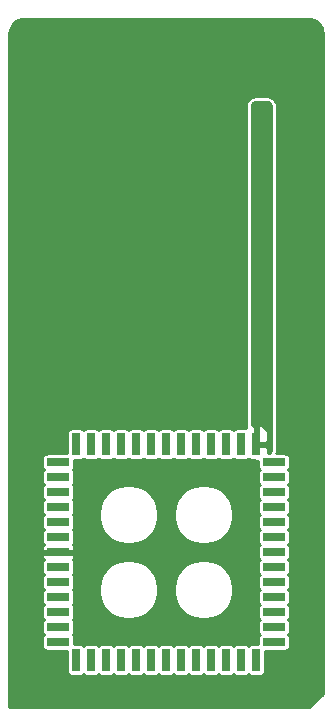
<source format=gbr>
G04 #@! TF.GenerationSoftware,KiCad,Pcbnew,(5.1.9)-1*
G04 #@! TF.CreationDate,2021-05-18T14:16:41+01:00*
G04 #@! TF.ProjectId,RGBtoHDMI Amiga Denise PLCC SMT Breakout FFC,52474274-6f48-4444-9d49-20416d696761,1*
G04 #@! TF.SameCoordinates,Original*
G04 #@! TF.FileFunction,Copper,L2,Bot*
G04 #@! TF.FilePolarity,Positive*
%FSLAX46Y46*%
G04 Gerber Fmt 4.6, Leading zero omitted, Abs format (unit mm)*
G04 Created by KiCad (PCBNEW (5.1.9)-1) date 2021-05-18 14:16:41*
%MOMM*%
%LPD*%
G01*
G04 APERTURE LIST*
G04 #@! TA.AperFunction,SMDPad,CuDef*
%ADD10R,1.925000X0.700000*%
G04 #@! TD*
G04 #@! TA.AperFunction,SMDPad,CuDef*
%ADD11R,0.700000X1.925000*%
G04 #@! TD*
G04 #@! TA.AperFunction,ViaPad*
%ADD12C,0.600000*%
G04 #@! TD*
G04 #@! TA.AperFunction,Conductor*
%ADD13C,0.254000*%
G04 #@! TD*
G04 #@! TA.AperFunction,Conductor*
%ADD14C,0.100000*%
G04 #@! TD*
G04 APERTURE END LIST*
D10*
X156221500Y-77343000D03*
X156221500Y-76073000D03*
X156221500Y-74803000D03*
X156221500Y-73533000D03*
X156221500Y-72263000D03*
X156221500Y-70993000D03*
X156221500Y-69723000D03*
X156221500Y-68453000D03*
X156221500Y-67183000D03*
X156221500Y-65913000D03*
X156221500Y-64643000D03*
X156221500Y-63373000D03*
X156221500Y-62103000D03*
D11*
X157734000Y-60590500D03*
X159004000Y-60590500D03*
X160274000Y-60590500D03*
X161544000Y-60590500D03*
X162814000Y-60590500D03*
X164084000Y-60590500D03*
X165354000Y-60590500D03*
X166624000Y-60590500D03*
X167894000Y-60590500D03*
X169164000Y-60590500D03*
X170434000Y-60590500D03*
X171704000Y-60590500D03*
X172974000Y-60590500D03*
D10*
X174486500Y-62103000D03*
X174486500Y-63373000D03*
X174486500Y-64643000D03*
X174486500Y-65913000D03*
X174486500Y-67183000D03*
X174486500Y-68453000D03*
X174486500Y-69723000D03*
X174486500Y-70993000D03*
X174486500Y-72263000D03*
X174486500Y-73533000D03*
X174486500Y-74803000D03*
X174486500Y-76073000D03*
X174486500Y-77343000D03*
D11*
X157734000Y-78855500D03*
X159004000Y-78855500D03*
X160274000Y-78855500D03*
X161544000Y-78855500D03*
X162814000Y-78855500D03*
X164084000Y-78855500D03*
X172974000Y-78855500D03*
X171704000Y-78855500D03*
X170434000Y-78855500D03*
X169164000Y-78855500D03*
X167894000Y-78855500D03*
X166624000Y-78855500D03*
X165354000Y-78855500D03*
D12*
X157861000Y-32512000D03*
X156845000Y-32512000D03*
X156210000Y-69723000D03*
X166624000Y-60579000D03*
X167894000Y-60579000D03*
X169164000Y-60579000D03*
X170434000Y-60579000D03*
X171704000Y-60579000D03*
X172974000Y-61087000D03*
X172974000Y-59944000D03*
X172863000Y-32639000D03*
X173863000Y-32639000D03*
X156210000Y-63373000D03*
X157734000Y-60579000D03*
X159004000Y-60579000D03*
X160274000Y-60579000D03*
X161544000Y-60579000D03*
X162814000Y-60579000D03*
X164084000Y-60579000D03*
X165354000Y-60579000D03*
X164084000Y-78867000D03*
X161544000Y-78867000D03*
X159004000Y-78867000D03*
X156210000Y-77343000D03*
X162814000Y-78867000D03*
X160274000Y-78867000D03*
X156210000Y-76073000D03*
X156210000Y-73533000D03*
X156210000Y-70993000D03*
X156210000Y-68453000D03*
X156210000Y-74803000D03*
X156210000Y-72263000D03*
X156210000Y-64643000D03*
X174498000Y-64643000D03*
X174498000Y-67183000D03*
X174498000Y-69723000D03*
X174498000Y-72263000D03*
X174498000Y-74803000D03*
X174498000Y-63373000D03*
X174498000Y-65913000D03*
X174498000Y-68453000D03*
X174498000Y-70993000D03*
X174498000Y-73533000D03*
X174498000Y-76073000D03*
X170434000Y-78867000D03*
X167894000Y-78867000D03*
X165354000Y-78867000D03*
X174498000Y-77343000D03*
X171704000Y-78867000D03*
X169164000Y-78867000D03*
X166624000Y-78867000D03*
X156210000Y-67183000D03*
X157734000Y-78867000D03*
X156210000Y-62103000D03*
X174498000Y-62103000D03*
X172974000Y-78867000D03*
X156210000Y-65913000D03*
D13*
X177650687Y-24610904D02*
X177873545Y-24678189D01*
X178079091Y-24787480D01*
X178259500Y-24934618D01*
X178407885Y-25113986D01*
X178518609Y-25318763D01*
X178587451Y-25541152D01*
X178614001Y-25793762D01*
X178614000Y-81726119D01*
X177484119Y-82856000D01*
X152094000Y-82856000D01*
X152094000Y-61753000D01*
X154876157Y-61753000D01*
X154876157Y-62453000D01*
X154883513Y-62527689D01*
X154905299Y-62599508D01*
X154940678Y-62665696D01*
X154988289Y-62723711D01*
X155005700Y-62738000D01*
X154988289Y-62752289D01*
X154940678Y-62810304D01*
X154905299Y-62876492D01*
X154883513Y-62948311D01*
X154876157Y-63023000D01*
X154876157Y-63723000D01*
X154883513Y-63797689D01*
X154905299Y-63869508D01*
X154940678Y-63935696D01*
X154988289Y-63993711D01*
X155005700Y-64008000D01*
X154988289Y-64022289D01*
X154940678Y-64080304D01*
X154905299Y-64146492D01*
X154883513Y-64218311D01*
X154876157Y-64293000D01*
X154876157Y-64993000D01*
X154883513Y-65067689D01*
X154905299Y-65139508D01*
X154940678Y-65205696D01*
X154988289Y-65263711D01*
X155005700Y-65278000D01*
X154988289Y-65292289D01*
X154940678Y-65350304D01*
X154905299Y-65416492D01*
X154883513Y-65488311D01*
X154876157Y-65563000D01*
X154876157Y-66263000D01*
X154883513Y-66337689D01*
X154905299Y-66409508D01*
X154940678Y-66475696D01*
X154988289Y-66533711D01*
X155005700Y-66548000D01*
X154988289Y-66562289D01*
X154940678Y-66620304D01*
X154905299Y-66686492D01*
X154883513Y-66758311D01*
X154876157Y-66833000D01*
X154876157Y-67533000D01*
X154883513Y-67607689D01*
X154905299Y-67679508D01*
X154940678Y-67745696D01*
X154988289Y-67803711D01*
X155005700Y-67818000D01*
X154988289Y-67832289D01*
X154940678Y-67890304D01*
X154905299Y-67956492D01*
X154883513Y-68028311D01*
X154876157Y-68103000D01*
X154876157Y-68803000D01*
X154883513Y-68877689D01*
X154905299Y-68949508D01*
X154940678Y-69015696D01*
X154988289Y-69073711D01*
X155005700Y-69088000D01*
X154988289Y-69102289D01*
X154940678Y-69160304D01*
X154905299Y-69226492D01*
X154883513Y-69298311D01*
X154876157Y-69373000D01*
X154878000Y-69500750D01*
X154973250Y-69596000D01*
X156094500Y-69596000D01*
X156094500Y-69576000D01*
X156348500Y-69576000D01*
X156348500Y-69596000D01*
X157469750Y-69596000D01*
X157565000Y-69500750D01*
X157566843Y-69373000D01*
X157559487Y-69298311D01*
X157537701Y-69226492D01*
X157502322Y-69160304D01*
X157454711Y-69102289D01*
X157437300Y-69088000D01*
X157454711Y-69073711D01*
X157502322Y-69015696D01*
X157537701Y-68949508D01*
X157559487Y-68877689D01*
X157566843Y-68803000D01*
X157566843Y-68103000D01*
X157559487Y-68028311D01*
X157537701Y-67956492D01*
X157502322Y-67890304D01*
X157454711Y-67832289D01*
X157437300Y-67818000D01*
X157454711Y-67803711D01*
X157502322Y-67745696D01*
X157537701Y-67679508D01*
X157559487Y-67607689D01*
X157566843Y-67533000D01*
X157566843Y-66833000D01*
X157559487Y-66758311D01*
X157537701Y-66686492D01*
X157502322Y-66620304D01*
X157454711Y-66562289D01*
X157437300Y-66548000D01*
X157454711Y-66533711D01*
X157502322Y-66475696D01*
X157537701Y-66409508D01*
X157559487Y-66337689D01*
X157563325Y-66298718D01*
X159648000Y-66298718D01*
X159648000Y-66797282D01*
X159745265Y-67286265D01*
X159936057Y-67746878D01*
X160213044Y-68161418D01*
X160565582Y-68513956D01*
X160980122Y-68790943D01*
X161440735Y-68981735D01*
X161929718Y-69079000D01*
X162428282Y-69079000D01*
X162917265Y-68981735D01*
X163377878Y-68790943D01*
X163792418Y-68513956D01*
X164144956Y-68161418D01*
X164421943Y-67746878D01*
X164612735Y-67286265D01*
X164710000Y-66797282D01*
X164710000Y-66298718D01*
X165998000Y-66298718D01*
X165998000Y-66797282D01*
X166095265Y-67286265D01*
X166286057Y-67746878D01*
X166563044Y-68161418D01*
X166915582Y-68513956D01*
X167330122Y-68790943D01*
X167790735Y-68981735D01*
X168279718Y-69079000D01*
X168778282Y-69079000D01*
X169267265Y-68981735D01*
X169727878Y-68790943D01*
X170142418Y-68513956D01*
X170494956Y-68161418D01*
X170771943Y-67746878D01*
X170962735Y-67286265D01*
X171060000Y-66797282D01*
X171060000Y-66298718D01*
X170962735Y-65809735D01*
X170771943Y-65349122D01*
X170494956Y-64934582D01*
X170142418Y-64582044D01*
X169727878Y-64305057D01*
X169267265Y-64114265D01*
X168778282Y-64017000D01*
X168279718Y-64017000D01*
X167790735Y-64114265D01*
X167330122Y-64305057D01*
X166915582Y-64582044D01*
X166563044Y-64934582D01*
X166286057Y-65349122D01*
X166095265Y-65809735D01*
X165998000Y-66298718D01*
X164710000Y-66298718D01*
X164612735Y-65809735D01*
X164421943Y-65349122D01*
X164144956Y-64934582D01*
X163792418Y-64582044D01*
X163377878Y-64305057D01*
X162917265Y-64114265D01*
X162428282Y-64017000D01*
X161929718Y-64017000D01*
X161440735Y-64114265D01*
X160980122Y-64305057D01*
X160565582Y-64582044D01*
X160213044Y-64934582D01*
X159936057Y-65349122D01*
X159745265Y-65809735D01*
X159648000Y-66298718D01*
X157563325Y-66298718D01*
X157566843Y-66263000D01*
X157566843Y-65563000D01*
X157559487Y-65488311D01*
X157537701Y-65416492D01*
X157502322Y-65350304D01*
X157454711Y-65292289D01*
X157437300Y-65278000D01*
X157454711Y-65263711D01*
X157502322Y-65205696D01*
X157537701Y-65139508D01*
X157559487Y-65067689D01*
X157566843Y-64993000D01*
X157566843Y-64293000D01*
X157559487Y-64218311D01*
X157537701Y-64146492D01*
X157502322Y-64080304D01*
X157454711Y-64022289D01*
X157437300Y-64008000D01*
X157454711Y-63993711D01*
X157502322Y-63935696D01*
X157537701Y-63869508D01*
X157559487Y-63797689D01*
X157566843Y-63723000D01*
X157566843Y-63023000D01*
X157559487Y-62948311D01*
X157537701Y-62876492D01*
X157502322Y-62810304D01*
X157454711Y-62752289D01*
X157437300Y-62738000D01*
X157454711Y-62723711D01*
X157502322Y-62665696D01*
X157537701Y-62599508D01*
X157559487Y-62527689D01*
X157566843Y-62453000D01*
X157566843Y-61935843D01*
X158084000Y-61935843D01*
X158158689Y-61928487D01*
X158230508Y-61906701D01*
X158296696Y-61871322D01*
X158354711Y-61823711D01*
X158369000Y-61806300D01*
X158383289Y-61823711D01*
X158441304Y-61871322D01*
X158507492Y-61906701D01*
X158579311Y-61928487D01*
X158654000Y-61935843D01*
X159354000Y-61935843D01*
X159428689Y-61928487D01*
X159500508Y-61906701D01*
X159566696Y-61871322D01*
X159624711Y-61823711D01*
X159639000Y-61806300D01*
X159653289Y-61823711D01*
X159711304Y-61871322D01*
X159777492Y-61906701D01*
X159849311Y-61928487D01*
X159924000Y-61935843D01*
X160624000Y-61935843D01*
X160698689Y-61928487D01*
X160770508Y-61906701D01*
X160836696Y-61871322D01*
X160894711Y-61823711D01*
X160909000Y-61806300D01*
X160923289Y-61823711D01*
X160981304Y-61871322D01*
X161047492Y-61906701D01*
X161119311Y-61928487D01*
X161194000Y-61935843D01*
X161894000Y-61935843D01*
X161968689Y-61928487D01*
X162040508Y-61906701D01*
X162106696Y-61871322D01*
X162164711Y-61823711D01*
X162179000Y-61806300D01*
X162193289Y-61823711D01*
X162251304Y-61871322D01*
X162317492Y-61906701D01*
X162389311Y-61928487D01*
X162464000Y-61935843D01*
X163164000Y-61935843D01*
X163238689Y-61928487D01*
X163310508Y-61906701D01*
X163376696Y-61871322D01*
X163434711Y-61823711D01*
X163449000Y-61806300D01*
X163463289Y-61823711D01*
X163521304Y-61871322D01*
X163587492Y-61906701D01*
X163659311Y-61928487D01*
X163734000Y-61935843D01*
X164434000Y-61935843D01*
X164508689Y-61928487D01*
X164580508Y-61906701D01*
X164646696Y-61871322D01*
X164704711Y-61823711D01*
X164719000Y-61806300D01*
X164733289Y-61823711D01*
X164791304Y-61871322D01*
X164857492Y-61906701D01*
X164929311Y-61928487D01*
X165004000Y-61935843D01*
X165704000Y-61935843D01*
X165778689Y-61928487D01*
X165850508Y-61906701D01*
X165916696Y-61871322D01*
X165974711Y-61823711D01*
X165989000Y-61806300D01*
X166003289Y-61823711D01*
X166061304Y-61871322D01*
X166127492Y-61906701D01*
X166199311Y-61928487D01*
X166274000Y-61935843D01*
X166974000Y-61935843D01*
X167048689Y-61928487D01*
X167120508Y-61906701D01*
X167186696Y-61871322D01*
X167244711Y-61823711D01*
X167259000Y-61806300D01*
X167273289Y-61823711D01*
X167331304Y-61871322D01*
X167397492Y-61906701D01*
X167469311Y-61928487D01*
X167544000Y-61935843D01*
X168244000Y-61935843D01*
X168318689Y-61928487D01*
X168390508Y-61906701D01*
X168456696Y-61871322D01*
X168514711Y-61823711D01*
X168529000Y-61806300D01*
X168543289Y-61823711D01*
X168601304Y-61871322D01*
X168667492Y-61906701D01*
X168739311Y-61928487D01*
X168814000Y-61935843D01*
X169514000Y-61935843D01*
X169588689Y-61928487D01*
X169660508Y-61906701D01*
X169726696Y-61871322D01*
X169784711Y-61823711D01*
X169799000Y-61806300D01*
X169813289Y-61823711D01*
X169871304Y-61871322D01*
X169937492Y-61906701D01*
X170009311Y-61928487D01*
X170084000Y-61935843D01*
X170784000Y-61935843D01*
X170858689Y-61928487D01*
X170930508Y-61906701D01*
X170996696Y-61871322D01*
X171054711Y-61823711D01*
X171069000Y-61806300D01*
X171083289Y-61823711D01*
X171141304Y-61871322D01*
X171207492Y-61906701D01*
X171279311Y-61928487D01*
X171354000Y-61935843D01*
X172054000Y-61935843D01*
X172128689Y-61928487D01*
X172200508Y-61906701D01*
X172266696Y-61871322D01*
X172324711Y-61823711D01*
X172339000Y-61806300D01*
X172353289Y-61823711D01*
X172411304Y-61871322D01*
X172477492Y-61906701D01*
X172549311Y-61928487D01*
X172624000Y-61935843D01*
X172712739Y-61935843D01*
X172786860Y-61955704D01*
X172916270Y-61972741D01*
X172966000Y-61976000D01*
X173141157Y-61976000D01*
X173141157Y-62453000D01*
X173148513Y-62527689D01*
X173170299Y-62599508D01*
X173205678Y-62665696D01*
X173253289Y-62723711D01*
X173270700Y-62738000D01*
X173253289Y-62752289D01*
X173205678Y-62810304D01*
X173170299Y-62876492D01*
X173148513Y-62948311D01*
X173141157Y-63023000D01*
X173141157Y-63723000D01*
X173148513Y-63797689D01*
X173170299Y-63869508D01*
X173205678Y-63935696D01*
X173253289Y-63993711D01*
X173270700Y-64008000D01*
X173253289Y-64022289D01*
X173205678Y-64080304D01*
X173170299Y-64146492D01*
X173148513Y-64218311D01*
X173141157Y-64293000D01*
X173141157Y-64993000D01*
X173148513Y-65067689D01*
X173170299Y-65139508D01*
X173205678Y-65205696D01*
X173253289Y-65263711D01*
X173270700Y-65278000D01*
X173253289Y-65292289D01*
X173205678Y-65350304D01*
X173170299Y-65416492D01*
X173148513Y-65488311D01*
X173141157Y-65563000D01*
X173141157Y-66263000D01*
X173148513Y-66337689D01*
X173170299Y-66409508D01*
X173205678Y-66475696D01*
X173253289Y-66533711D01*
X173270700Y-66548000D01*
X173253289Y-66562289D01*
X173205678Y-66620304D01*
X173170299Y-66686492D01*
X173148513Y-66758311D01*
X173141157Y-66833000D01*
X173141157Y-67533000D01*
X173148513Y-67607689D01*
X173170299Y-67679508D01*
X173205678Y-67745696D01*
X173253289Y-67803711D01*
X173270700Y-67818000D01*
X173253289Y-67832289D01*
X173205678Y-67890304D01*
X173170299Y-67956492D01*
X173148513Y-68028311D01*
X173141157Y-68103000D01*
X173141157Y-68803000D01*
X173148513Y-68877689D01*
X173170299Y-68949508D01*
X173205678Y-69015696D01*
X173253289Y-69073711D01*
X173270700Y-69088000D01*
X173253289Y-69102289D01*
X173205678Y-69160304D01*
X173170299Y-69226492D01*
X173148513Y-69298311D01*
X173141157Y-69373000D01*
X173141157Y-70073000D01*
X173148513Y-70147689D01*
X173170299Y-70219508D01*
X173205678Y-70285696D01*
X173253289Y-70343711D01*
X173270700Y-70358000D01*
X173253289Y-70372289D01*
X173205678Y-70430304D01*
X173170299Y-70496492D01*
X173148513Y-70568311D01*
X173141157Y-70643000D01*
X173141157Y-71343000D01*
X173148513Y-71417689D01*
X173170299Y-71489508D01*
X173205678Y-71555696D01*
X173253289Y-71613711D01*
X173270700Y-71628000D01*
X173253289Y-71642289D01*
X173205678Y-71700304D01*
X173170299Y-71766492D01*
X173148513Y-71838311D01*
X173141157Y-71913000D01*
X173141157Y-72613000D01*
X173148513Y-72687689D01*
X173170299Y-72759508D01*
X173205678Y-72825696D01*
X173253289Y-72883711D01*
X173270700Y-72898000D01*
X173253289Y-72912289D01*
X173205678Y-72970304D01*
X173170299Y-73036492D01*
X173148513Y-73108311D01*
X173141157Y-73183000D01*
X173141157Y-73883000D01*
X173148513Y-73957689D01*
X173170299Y-74029508D01*
X173205678Y-74095696D01*
X173253289Y-74153711D01*
X173270700Y-74168000D01*
X173253289Y-74182289D01*
X173205678Y-74240304D01*
X173170299Y-74306492D01*
X173148513Y-74378311D01*
X173141157Y-74453000D01*
X173141157Y-75153000D01*
X173148513Y-75227689D01*
X173170299Y-75299508D01*
X173205678Y-75365696D01*
X173253289Y-75423711D01*
X173270700Y-75438000D01*
X173253289Y-75452289D01*
X173205678Y-75510304D01*
X173170299Y-75576492D01*
X173148513Y-75648311D01*
X173141157Y-75723000D01*
X173141157Y-76423000D01*
X173148513Y-76497689D01*
X173170299Y-76569508D01*
X173205678Y-76635696D01*
X173253289Y-76693711D01*
X173270700Y-76708000D01*
X173253289Y-76722289D01*
X173205678Y-76780304D01*
X173170299Y-76846492D01*
X173148513Y-76918311D01*
X173141157Y-76993000D01*
X173141157Y-77510157D01*
X172624000Y-77510157D01*
X172549311Y-77517513D01*
X172477492Y-77539299D01*
X172411304Y-77574678D01*
X172353289Y-77622289D01*
X172339000Y-77639700D01*
X172324711Y-77622289D01*
X172266696Y-77574678D01*
X172200508Y-77539299D01*
X172128689Y-77517513D01*
X172054000Y-77510157D01*
X171354000Y-77510157D01*
X171279311Y-77517513D01*
X171207492Y-77539299D01*
X171141304Y-77574678D01*
X171083289Y-77622289D01*
X171069000Y-77639700D01*
X171054711Y-77622289D01*
X170996696Y-77574678D01*
X170930508Y-77539299D01*
X170858689Y-77517513D01*
X170784000Y-77510157D01*
X170084000Y-77510157D01*
X170009311Y-77517513D01*
X169937492Y-77539299D01*
X169871304Y-77574678D01*
X169813289Y-77622289D01*
X169799000Y-77639700D01*
X169784711Y-77622289D01*
X169726696Y-77574678D01*
X169660508Y-77539299D01*
X169588689Y-77517513D01*
X169514000Y-77510157D01*
X168814000Y-77510157D01*
X168739311Y-77517513D01*
X168667492Y-77539299D01*
X168601304Y-77574678D01*
X168543289Y-77622289D01*
X168529000Y-77639700D01*
X168514711Y-77622289D01*
X168456696Y-77574678D01*
X168390508Y-77539299D01*
X168318689Y-77517513D01*
X168244000Y-77510157D01*
X167544000Y-77510157D01*
X167469311Y-77517513D01*
X167397492Y-77539299D01*
X167331304Y-77574678D01*
X167273289Y-77622289D01*
X167259000Y-77639700D01*
X167244711Y-77622289D01*
X167186696Y-77574678D01*
X167120508Y-77539299D01*
X167048689Y-77517513D01*
X166974000Y-77510157D01*
X166274000Y-77510157D01*
X166199311Y-77517513D01*
X166127492Y-77539299D01*
X166061304Y-77574678D01*
X166003289Y-77622289D01*
X165989000Y-77639700D01*
X165974711Y-77622289D01*
X165916696Y-77574678D01*
X165850508Y-77539299D01*
X165778689Y-77517513D01*
X165704000Y-77510157D01*
X165004000Y-77510157D01*
X164929311Y-77517513D01*
X164857492Y-77539299D01*
X164791304Y-77574678D01*
X164733289Y-77622289D01*
X164719000Y-77639700D01*
X164704711Y-77622289D01*
X164646696Y-77574678D01*
X164580508Y-77539299D01*
X164508689Y-77517513D01*
X164434000Y-77510157D01*
X163734000Y-77510157D01*
X163659311Y-77517513D01*
X163587492Y-77539299D01*
X163521304Y-77574678D01*
X163463289Y-77622289D01*
X163449000Y-77639700D01*
X163434711Y-77622289D01*
X163376696Y-77574678D01*
X163310508Y-77539299D01*
X163238689Y-77517513D01*
X163164000Y-77510157D01*
X162464000Y-77510157D01*
X162389311Y-77517513D01*
X162317492Y-77539299D01*
X162251304Y-77574678D01*
X162193289Y-77622289D01*
X162179000Y-77639700D01*
X162164711Y-77622289D01*
X162106696Y-77574678D01*
X162040508Y-77539299D01*
X161968689Y-77517513D01*
X161894000Y-77510157D01*
X161194000Y-77510157D01*
X161119311Y-77517513D01*
X161047492Y-77539299D01*
X160981304Y-77574678D01*
X160923289Y-77622289D01*
X160909000Y-77639700D01*
X160894711Y-77622289D01*
X160836696Y-77574678D01*
X160770508Y-77539299D01*
X160698689Y-77517513D01*
X160624000Y-77510157D01*
X159924000Y-77510157D01*
X159849311Y-77517513D01*
X159777492Y-77539299D01*
X159711304Y-77574678D01*
X159653289Y-77622289D01*
X159639000Y-77639700D01*
X159624711Y-77622289D01*
X159566696Y-77574678D01*
X159500508Y-77539299D01*
X159428689Y-77517513D01*
X159354000Y-77510157D01*
X158654000Y-77510157D01*
X158579311Y-77517513D01*
X158507492Y-77539299D01*
X158441304Y-77574678D01*
X158383289Y-77622289D01*
X158369000Y-77639700D01*
X158354711Y-77622289D01*
X158296696Y-77574678D01*
X158230508Y-77539299D01*
X158158689Y-77517513D01*
X158084000Y-77510157D01*
X157566843Y-77510157D01*
X157566843Y-76993000D01*
X157559487Y-76918311D01*
X157537701Y-76846492D01*
X157502322Y-76780304D01*
X157454711Y-76722289D01*
X157437300Y-76708000D01*
X157454711Y-76693711D01*
X157502322Y-76635696D01*
X157537701Y-76569508D01*
X157559487Y-76497689D01*
X157566843Y-76423000D01*
X157566843Y-75723000D01*
X157559487Y-75648311D01*
X157537701Y-75576492D01*
X157502322Y-75510304D01*
X157454711Y-75452289D01*
X157437300Y-75438000D01*
X157454711Y-75423711D01*
X157502322Y-75365696D01*
X157537701Y-75299508D01*
X157559487Y-75227689D01*
X157566843Y-75153000D01*
X157566843Y-74453000D01*
X157559487Y-74378311D01*
X157537701Y-74306492D01*
X157502322Y-74240304D01*
X157454711Y-74182289D01*
X157437300Y-74168000D01*
X157454711Y-74153711D01*
X157502322Y-74095696D01*
X157537701Y-74029508D01*
X157559487Y-73957689D01*
X157566843Y-73883000D01*
X157566843Y-73183000D01*
X157559487Y-73108311D01*
X157537701Y-73036492D01*
X157502322Y-72970304D01*
X157454711Y-72912289D01*
X157437300Y-72898000D01*
X157454711Y-72883711D01*
X157502322Y-72825696D01*
X157537701Y-72759508D01*
X157559487Y-72687689D01*
X157563325Y-72648718D01*
X159648000Y-72648718D01*
X159648000Y-73147282D01*
X159745265Y-73636265D01*
X159936057Y-74096878D01*
X160213044Y-74511418D01*
X160565582Y-74863956D01*
X160980122Y-75140943D01*
X161440735Y-75331735D01*
X161929718Y-75429000D01*
X162428282Y-75429000D01*
X162917265Y-75331735D01*
X163377878Y-75140943D01*
X163792418Y-74863956D01*
X164144956Y-74511418D01*
X164421943Y-74096878D01*
X164612735Y-73636265D01*
X164710000Y-73147282D01*
X164710000Y-72648718D01*
X165998000Y-72648718D01*
X165998000Y-73147282D01*
X166095265Y-73636265D01*
X166286057Y-74096878D01*
X166563044Y-74511418D01*
X166915582Y-74863956D01*
X167330122Y-75140943D01*
X167790735Y-75331735D01*
X168279718Y-75429000D01*
X168778282Y-75429000D01*
X169267265Y-75331735D01*
X169727878Y-75140943D01*
X170142418Y-74863956D01*
X170494956Y-74511418D01*
X170771943Y-74096878D01*
X170962735Y-73636265D01*
X171060000Y-73147282D01*
X171060000Y-72648718D01*
X170962735Y-72159735D01*
X170771943Y-71699122D01*
X170494956Y-71284582D01*
X170142418Y-70932044D01*
X169727878Y-70655057D01*
X169267265Y-70464265D01*
X168778282Y-70367000D01*
X168279718Y-70367000D01*
X167790735Y-70464265D01*
X167330122Y-70655057D01*
X166915582Y-70932044D01*
X166563044Y-71284582D01*
X166286057Y-71699122D01*
X166095265Y-72159735D01*
X165998000Y-72648718D01*
X164710000Y-72648718D01*
X164612735Y-72159735D01*
X164421943Y-71699122D01*
X164144956Y-71284582D01*
X163792418Y-70932044D01*
X163377878Y-70655057D01*
X162917265Y-70464265D01*
X162428282Y-70367000D01*
X161929718Y-70367000D01*
X161440735Y-70464265D01*
X160980122Y-70655057D01*
X160565582Y-70932044D01*
X160213044Y-71284582D01*
X159936057Y-71699122D01*
X159745265Y-72159735D01*
X159648000Y-72648718D01*
X157563325Y-72648718D01*
X157566843Y-72613000D01*
X157566843Y-71913000D01*
X157559487Y-71838311D01*
X157537701Y-71766492D01*
X157502322Y-71700304D01*
X157454711Y-71642289D01*
X157437300Y-71628000D01*
X157454711Y-71613711D01*
X157502322Y-71555696D01*
X157537701Y-71489508D01*
X157559487Y-71417689D01*
X157566843Y-71343000D01*
X157566843Y-70643000D01*
X157559487Y-70568311D01*
X157537701Y-70496492D01*
X157502322Y-70430304D01*
X157454711Y-70372289D01*
X157437300Y-70358000D01*
X157454711Y-70343711D01*
X157502322Y-70285696D01*
X157537701Y-70219508D01*
X157559487Y-70147689D01*
X157566843Y-70073000D01*
X157565000Y-69945250D01*
X157469750Y-69850000D01*
X156348500Y-69850000D01*
X156348500Y-69870000D01*
X156094500Y-69870000D01*
X156094500Y-69850000D01*
X154973250Y-69850000D01*
X154878000Y-69945250D01*
X154876157Y-70073000D01*
X154883513Y-70147689D01*
X154905299Y-70219508D01*
X154940678Y-70285696D01*
X154988289Y-70343711D01*
X155005700Y-70358000D01*
X154988289Y-70372289D01*
X154940678Y-70430304D01*
X154905299Y-70496492D01*
X154883513Y-70568311D01*
X154876157Y-70643000D01*
X154876157Y-71343000D01*
X154883513Y-71417689D01*
X154905299Y-71489508D01*
X154940678Y-71555696D01*
X154988289Y-71613711D01*
X155005700Y-71628000D01*
X154988289Y-71642289D01*
X154940678Y-71700304D01*
X154905299Y-71766492D01*
X154883513Y-71838311D01*
X154876157Y-71913000D01*
X154876157Y-72613000D01*
X154883513Y-72687689D01*
X154905299Y-72759508D01*
X154940678Y-72825696D01*
X154988289Y-72883711D01*
X155005700Y-72898000D01*
X154988289Y-72912289D01*
X154940678Y-72970304D01*
X154905299Y-73036492D01*
X154883513Y-73108311D01*
X154876157Y-73183000D01*
X154876157Y-73883000D01*
X154883513Y-73957689D01*
X154905299Y-74029508D01*
X154940678Y-74095696D01*
X154988289Y-74153711D01*
X155005700Y-74168000D01*
X154988289Y-74182289D01*
X154940678Y-74240304D01*
X154905299Y-74306492D01*
X154883513Y-74378311D01*
X154876157Y-74453000D01*
X154876157Y-75153000D01*
X154883513Y-75227689D01*
X154905299Y-75299508D01*
X154940678Y-75365696D01*
X154988289Y-75423711D01*
X155005700Y-75438000D01*
X154988289Y-75452289D01*
X154940678Y-75510304D01*
X154905299Y-75576492D01*
X154883513Y-75648311D01*
X154876157Y-75723000D01*
X154876157Y-76423000D01*
X154883513Y-76497689D01*
X154905299Y-76569508D01*
X154940678Y-76635696D01*
X154988289Y-76693711D01*
X155005700Y-76708000D01*
X154988289Y-76722289D01*
X154940678Y-76780304D01*
X154905299Y-76846492D01*
X154883513Y-76918311D01*
X154876157Y-76993000D01*
X154876157Y-77693000D01*
X154883513Y-77767689D01*
X154905299Y-77839508D01*
X154940678Y-77905696D01*
X154988289Y-77963711D01*
X155046304Y-78011322D01*
X155112492Y-78046701D01*
X155184311Y-78068487D01*
X155259000Y-78075843D01*
X157001157Y-78075843D01*
X157001157Y-79818000D01*
X157008513Y-79892689D01*
X157030299Y-79964508D01*
X157065678Y-80030696D01*
X157113289Y-80088711D01*
X157171304Y-80136322D01*
X157237492Y-80171701D01*
X157309311Y-80193487D01*
X157384000Y-80200843D01*
X158084000Y-80200843D01*
X158158689Y-80193487D01*
X158230508Y-80171701D01*
X158296696Y-80136322D01*
X158354711Y-80088711D01*
X158369000Y-80071300D01*
X158383289Y-80088711D01*
X158441304Y-80136322D01*
X158507492Y-80171701D01*
X158579311Y-80193487D01*
X158654000Y-80200843D01*
X159354000Y-80200843D01*
X159428689Y-80193487D01*
X159500508Y-80171701D01*
X159566696Y-80136322D01*
X159624711Y-80088711D01*
X159639000Y-80071300D01*
X159653289Y-80088711D01*
X159711304Y-80136322D01*
X159777492Y-80171701D01*
X159849311Y-80193487D01*
X159924000Y-80200843D01*
X160624000Y-80200843D01*
X160698689Y-80193487D01*
X160770508Y-80171701D01*
X160836696Y-80136322D01*
X160894711Y-80088711D01*
X160909000Y-80071300D01*
X160923289Y-80088711D01*
X160981304Y-80136322D01*
X161047492Y-80171701D01*
X161119311Y-80193487D01*
X161194000Y-80200843D01*
X161894000Y-80200843D01*
X161968689Y-80193487D01*
X162040508Y-80171701D01*
X162106696Y-80136322D01*
X162164711Y-80088711D01*
X162179000Y-80071300D01*
X162193289Y-80088711D01*
X162251304Y-80136322D01*
X162317492Y-80171701D01*
X162389311Y-80193487D01*
X162464000Y-80200843D01*
X163164000Y-80200843D01*
X163238689Y-80193487D01*
X163310508Y-80171701D01*
X163376696Y-80136322D01*
X163434711Y-80088711D01*
X163449000Y-80071300D01*
X163463289Y-80088711D01*
X163521304Y-80136322D01*
X163587492Y-80171701D01*
X163659311Y-80193487D01*
X163734000Y-80200843D01*
X164434000Y-80200843D01*
X164508689Y-80193487D01*
X164580508Y-80171701D01*
X164646696Y-80136322D01*
X164704711Y-80088711D01*
X164719000Y-80071300D01*
X164733289Y-80088711D01*
X164791304Y-80136322D01*
X164857492Y-80171701D01*
X164929311Y-80193487D01*
X165004000Y-80200843D01*
X165704000Y-80200843D01*
X165778689Y-80193487D01*
X165850508Y-80171701D01*
X165916696Y-80136322D01*
X165974711Y-80088711D01*
X165989000Y-80071300D01*
X166003289Y-80088711D01*
X166061304Y-80136322D01*
X166127492Y-80171701D01*
X166199311Y-80193487D01*
X166274000Y-80200843D01*
X166974000Y-80200843D01*
X167048689Y-80193487D01*
X167120508Y-80171701D01*
X167186696Y-80136322D01*
X167244711Y-80088711D01*
X167259000Y-80071300D01*
X167273289Y-80088711D01*
X167331304Y-80136322D01*
X167397492Y-80171701D01*
X167469311Y-80193487D01*
X167544000Y-80200843D01*
X168244000Y-80200843D01*
X168318689Y-80193487D01*
X168390508Y-80171701D01*
X168456696Y-80136322D01*
X168514711Y-80088711D01*
X168529000Y-80071300D01*
X168543289Y-80088711D01*
X168601304Y-80136322D01*
X168667492Y-80171701D01*
X168739311Y-80193487D01*
X168814000Y-80200843D01*
X169514000Y-80200843D01*
X169588689Y-80193487D01*
X169660508Y-80171701D01*
X169726696Y-80136322D01*
X169784711Y-80088711D01*
X169799000Y-80071300D01*
X169813289Y-80088711D01*
X169871304Y-80136322D01*
X169937492Y-80171701D01*
X170009311Y-80193487D01*
X170084000Y-80200843D01*
X170784000Y-80200843D01*
X170858689Y-80193487D01*
X170930508Y-80171701D01*
X170996696Y-80136322D01*
X171054711Y-80088711D01*
X171069000Y-80071300D01*
X171083289Y-80088711D01*
X171141304Y-80136322D01*
X171207492Y-80171701D01*
X171279311Y-80193487D01*
X171354000Y-80200843D01*
X172054000Y-80200843D01*
X172128689Y-80193487D01*
X172200508Y-80171701D01*
X172266696Y-80136322D01*
X172324711Y-80088711D01*
X172339000Y-80071300D01*
X172353289Y-80088711D01*
X172411304Y-80136322D01*
X172477492Y-80171701D01*
X172549311Y-80193487D01*
X172624000Y-80200843D01*
X173324000Y-80200843D01*
X173398689Y-80193487D01*
X173470508Y-80171701D01*
X173536696Y-80136322D01*
X173594711Y-80088711D01*
X173642322Y-80030696D01*
X173677701Y-79964508D01*
X173699487Y-79892689D01*
X173706843Y-79818000D01*
X173706843Y-78075843D01*
X175449000Y-78075843D01*
X175523689Y-78068487D01*
X175595508Y-78046701D01*
X175661696Y-78011322D01*
X175719711Y-77963711D01*
X175767322Y-77905696D01*
X175802701Y-77839508D01*
X175824487Y-77767689D01*
X175831843Y-77693000D01*
X175831843Y-76993000D01*
X175824487Y-76918311D01*
X175802701Y-76846492D01*
X175767322Y-76780304D01*
X175719711Y-76722289D01*
X175702300Y-76708000D01*
X175719711Y-76693711D01*
X175767322Y-76635696D01*
X175802701Y-76569508D01*
X175824487Y-76497689D01*
X175831843Y-76423000D01*
X175831843Y-75723000D01*
X175824487Y-75648311D01*
X175802701Y-75576492D01*
X175767322Y-75510304D01*
X175719711Y-75452289D01*
X175702300Y-75438000D01*
X175719711Y-75423711D01*
X175767322Y-75365696D01*
X175802701Y-75299508D01*
X175824487Y-75227689D01*
X175831843Y-75153000D01*
X175831843Y-74453000D01*
X175824487Y-74378311D01*
X175802701Y-74306492D01*
X175767322Y-74240304D01*
X175719711Y-74182289D01*
X175702300Y-74168000D01*
X175719711Y-74153711D01*
X175767322Y-74095696D01*
X175802701Y-74029508D01*
X175824487Y-73957689D01*
X175831843Y-73883000D01*
X175831843Y-73183000D01*
X175824487Y-73108311D01*
X175802701Y-73036492D01*
X175767322Y-72970304D01*
X175719711Y-72912289D01*
X175702300Y-72898000D01*
X175719711Y-72883711D01*
X175767322Y-72825696D01*
X175802701Y-72759508D01*
X175824487Y-72687689D01*
X175831843Y-72613000D01*
X175831843Y-71913000D01*
X175824487Y-71838311D01*
X175802701Y-71766492D01*
X175767322Y-71700304D01*
X175719711Y-71642289D01*
X175702300Y-71628000D01*
X175719711Y-71613711D01*
X175767322Y-71555696D01*
X175802701Y-71489508D01*
X175824487Y-71417689D01*
X175831843Y-71343000D01*
X175831843Y-70643000D01*
X175824487Y-70568311D01*
X175802701Y-70496492D01*
X175767322Y-70430304D01*
X175719711Y-70372289D01*
X175702300Y-70358000D01*
X175719711Y-70343711D01*
X175767322Y-70285696D01*
X175802701Y-70219508D01*
X175824487Y-70147689D01*
X175831843Y-70073000D01*
X175831843Y-69373000D01*
X175824487Y-69298311D01*
X175802701Y-69226492D01*
X175767322Y-69160304D01*
X175719711Y-69102289D01*
X175702300Y-69088000D01*
X175719711Y-69073711D01*
X175767322Y-69015696D01*
X175802701Y-68949508D01*
X175824487Y-68877689D01*
X175831843Y-68803000D01*
X175831843Y-68103000D01*
X175824487Y-68028311D01*
X175802701Y-67956492D01*
X175767322Y-67890304D01*
X175719711Y-67832289D01*
X175702300Y-67818000D01*
X175719711Y-67803711D01*
X175767322Y-67745696D01*
X175802701Y-67679508D01*
X175824487Y-67607689D01*
X175831843Y-67533000D01*
X175831843Y-66833000D01*
X175824487Y-66758311D01*
X175802701Y-66686492D01*
X175767322Y-66620304D01*
X175719711Y-66562289D01*
X175702300Y-66548000D01*
X175719711Y-66533711D01*
X175767322Y-66475696D01*
X175802701Y-66409508D01*
X175824487Y-66337689D01*
X175831843Y-66263000D01*
X175831843Y-65563000D01*
X175824487Y-65488311D01*
X175802701Y-65416492D01*
X175767322Y-65350304D01*
X175719711Y-65292289D01*
X175702300Y-65278000D01*
X175719711Y-65263711D01*
X175767322Y-65205696D01*
X175802701Y-65139508D01*
X175824487Y-65067689D01*
X175831843Y-64993000D01*
X175831843Y-64293000D01*
X175824487Y-64218311D01*
X175802701Y-64146492D01*
X175767322Y-64080304D01*
X175719711Y-64022289D01*
X175702300Y-64008000D01*
X175719711Y-63993711D01*
X175767322Y-63935696D01*
X175802701Y-63869508D01*
X175824487Y-63797689D01*
X175831843Y-63723000D01*
X175831843Y-63023000D01*
X175824487Y-62948311D01*
X175802701Y-62876492D01*
X175767322Y-62810304D01*
X175719711Y-62752289D01*
X175702300Y-62738000D01*
X175719711Y-62723711D01*
X175767322Y-62665696D01*
X175802701Y-62599508D01*
X175824487Y-62527689D01*
X175831843Y-62453000D01*
X175831843Y-61753000D01*
X175824487Y-61678311D01*
X175802701Y-61606492D01*
X175767322Y-61540304D01*
X175719711Y-61482289D01*
X175661696Y-61434678D01*
X175595508Y-61399299D01*
X175523689Y-61377513D01*
X175449000Y-61370157D01*
X174705976Y-61370157D01*
X174731704Y-61274140D01*
X174748741Y-61144730D01*
X174752000Y-61095000D01*
X174752000Y-31996000D01*
X174748741Y-31946270D01*
X174731704Y-31816860D01*
X174705961Y-31720788D01*
X174656011Y-31600198D01*
X174606279Y-31514060D01*
X174526819Y-31410507D01*
X174456493Y-31340181D01*
X174352940Y-31260721D01*
X174266802Y-31210989D01*
X174146212Y-31161039D01*
X174050140Y-31135296D01*
X173920730Y-31118259D01*
X173871000Y-31115000D01*
X172966000Y-31115000D01*
X172916270Y-31118259D01*
X172786860Y-31135296D01*
X172690788Y-31161039D01*
X172570198Y-31210989D01*
X172484060Y-31260721D01*
X172380507Y-31340181D01*
X172310181Y-31410507D01*
X172230721Y-31514060D01*
X172180989Y-31600198D01*
X172131039Y-31720788D01*
X172105296Y-31816860D01*
X172088259Y-31946270D01*
X172085000Y-31996000D01*
X172085000Y-59248210D01*
X172054000Y-59245157D01*
X171354000Y-59245157D01*
X171279311Y-59252513D01*
X171207492Y-59274299D01*
X171141304Y-59309678D01*
X171083289Y-59357289D01*
X171069000Y-59374700D01*
X171054711Y-59357289D01*
X170996696Y-59309678D01*
X170930508Y-59274299D01*
X170858689Y-59252513D01*
X170784000Y-59245157D01*
X170084000Y-59245157D01*
X170009311Y-59252513D01*
X169937492Y-59274299D01*
X169871304Y-59309678D01*
X169813289Y-59357289D01*
X169799000Y-59374700D01*
X169784711Y-59357289D01*
X169726696Y-59309678D01*
X169660508Y-59274299D01*
X169588689Y-59252513D01*
X169514000Y-59245157D01*
X168814000Y-59245157D01*
X168739311Y-59252513D01*
X168667492Y-59274299D01*
X168601304Y-59309678D01*
X168543289Y-59357289D01*
X168529000Y-59374700D01*
X168514711Y-59357289D01*
X168456696Y-59309678D01*
X168390508Y-59274299D01*
X168318689Y-59252513D01*
X168244000Y-59245157D01*
X167544000Y-59245157D01*
X167469311Y-59252513D01*
X167397492Y-59274299D01*
X167331304Y-59309678D01*
X167273289Y-59357289D01*
X167259000Y-59374700D01*
X167244711Y-59357289D01*
X167186696Y-59309678D01*
X167120508Y-59274299D01*
X167048689Y-59252513D01*
X166974000Y-59245157D01*
X166274000Y-59245157D01*
X166199311Y-59252513D01*
X166127492Y-59274299D01*
X166061304Y-59309678D01*
X166003289Y-59357289D01*
X165989000Y-59374700D01*
X165974711Y-59357289D01*
X165916696Y-59309678D01*
X165850508Y-59274299D01*
X165778689Y-59252513D01*
X165704000Y-59245157D01*
X165004000Y-59245157D01*
X164929311Y-59252513D01*
X164857492Y-59274299D01*
X164791304Y-59309678D01*
X164733289Y-59357289D01*
X164719000Y-59374700D01*
X164704711Y-59357289D01*
X164646696Y-59309678D01*
X164580508Y-59274299D01*
X164508689Y-59252513D01*
X164434000Y-59245157D01*
X163734000Y-59245157D01*
X163659311Y-59252513D01*
X163587492Y-59274299D01*
X163521304Y-59309678D01*
X163463289Y-59357289D01*
X163449000Y-59374700D01*
X163434711Y-59357289D01*
X163376696Y-59309678D01*
X163310508Y-59274299D01*
X163238689Y-59252513D01*
X163164000Y-59245157D01*
X162464000Y-59245157D01*
X162389311Y-59252513D01*
X162317492Y-59274299D01*
X162251304Y-59309678D01*
X162193289Y-59357289D01*
X162179000Y-59374700D01*
X162164711Y-59357289D01*
X162106696Y-59309678D01*
X162040508Y-59274299D01*
X161968689Y-59252513D01*
X161894000Y-59245157D01*
X161194000Y-59245157D01*
X161119311Y-59252513D01*
X161047492Y-59274299D01*
X160981304Y-59309678D01*
X160923289Y-59357289D01*
X160909000Y-59374700D01*
X160894711Y-59357289D01*
X160836696Y-59309678D01*
X160770508Y-59274299D01*
X160698689Y-59252513D01*
X160624000Y-59245157D01*
X159924000Y-59245157D01*
X159849311Y-59252513D01*
X159777492Y-59274299D01*
X159711304Y-59309678D01*
X159653289Y-59357289D01*
X159639000Y-59374700D01*
X159624711Y-59357289D01*
X159566696Y-59309678D01*
X159500508Y-59274299D01*
X159428689Y-59252513D01*
X159354000Y-59245157D01*
X158654000Y-59245157D01*
X158579311Y-59252513D01*
X158507492Y-59274299D01*
X158441304Y-59309678D01*
X158383289Y-59357289D01*
X158369000Y-59374700D01*
X158354711Y-59357289D01*
X158296696Y-59309678D01*
X158230508Y-59274299D01*
X158158689Y-59252513D01*
X158084000Y-59245157D01*
X157384000Y-59245157D01*
X157309311Y-59252513D01*
X157237492Y-59274299D01*
X157171304Y-59309678D01*
X157113289Y-59357289D01*
X157065678Y-59415304D01*
X157030299Y-59481492D01*
X157008513Y-59553311D01*
X157001157Y-59628000D01*
X157001157Y-61370157D01*
X155259000Y-61370157D01*
X155184311Y-61377513D01*
X155112492Y-61399299D01*
X155046304Y-61434678D01*
X154988289Y-61482289D01*
X154940678Y-61540304D01*
X154905299Y-61606492D01*
X154883513Y-61678311D01*
X154876157Y-61753000D01*
X152094000Y-61753000D01*
X152094000Y-25803305D01*
X152118904Y-25549313D01*
X152186189Y-25326455D01*
X152295480Y-25120909D01*
X152442618Y-24940500D01*
X152621986Y-24792115D01*
X152826763Y-24681391D01*
X153049152Y-24612549D01*
X153301753Y-24586000D01*
X177396695Y-24586000D01*
X177650687Y-24610904D01*
G04 #@! TA.AperFunction,Conductor*
D14*
G36*
X177650687Y-24610904D02*
G01*
X177873545Y-24678189D01*
X178079091Y-24787480D01*
X178259500Y-24934618D01*
X178407885Y-25113986D01*
X178518609Y-25318763D01*
X178587451Y-25541152D01*
X178614001Y-25793762D01*
X178614000Y-81726119D01*
X177484119Y-82856000D01*
X152094000Y-82856000D01*
X152094000Y-61753000D01*
X154876157Y-61753000D01*
X154876157Y-62453000D01*
X154883513Y-62527689D01*
X154905299Y-62599508D01*
X154940678Y-62665696D01*
X154988289Y-62723711D01*
X155005700Y-62738000D01*
X154988289Y-62752289D01*
X154940678Y-62810304D01*
X154905299Y-62876492D01*
X154883513Y-62948311D01*
X154876157Y-63023000D01*
X154876157Y-63723000D01*
X154883513Y-63797689D01*
X154905299Y-63869508D01*
X154940678Y-63935696D01*
X154988289Y-63993711D01*
X155005700Y-64008000D01*
X154988289Y-64022289D01*
X154940678Y-64080304D01*
X154905299Y-64146492D01*
X154883513Y-64218311D01*
X154876157Y-64293000D01*
X154876157Y-64993000D01*
X154883513Y-65067689D01*
X154905299Y-65139508D01*
X154940678Y-65205696D01*
X154988289Y-65263711D01*
X155005700Y-65278000D01*
X154988289Y-65292289D01*
X154940678Y-65350304D01*
X154905299Y-65416492D01*
X154883513Y-65488311D01*
X154876157Y-65563000D01*
X154876157Y-66263000D01*
X154883513Y-66337689D01*
X154905299Y-66409508D01*
X154940678Y-66475696D01*
X154988289Y-66533711D01*
X155005700Y-66548000D01*
X154988289Y-66562289D01*
X154940678Y-66620304D01*
X154905299Y-66686492D01*
X154883513Y-66758311D01*
X154876157Y-66833000D01*
X154876157Y-67533000D01*
X154883513Y-67607689D01*
X154905299Y-67679508D01*
X154940678Y-67745696D01*
X154988289Y-67803711D01*
X155005700Y-67818000D01*
X154988289Y-67832289D01*
X154940678Y-67890304D01*
X154905299Y-67956492D01*
X154883513Y-68028311D01*
X154876157Y-68103000D01*
X154876157Y-68803000D01*
X154883513Y-68877689D01*
X154905299Y-68949508D01*
X154940678Y-69015696D01*
X154988289Y-69073711D01*
X155005700Y-69088000D01*
X154988289Y-69102289D01*
X154940678Y-69160304D01*
X154905299Y-69226492D01*
X154883513Y-69298311D01*
X154876157Y-69373000D01*
X154878000Y-69500750D01*
X154973250Y-69596000D01*
X156094500Y-69596000D01*
X156094500Y-69576000D01*
X156348500Y-69576000D01*
X156348500Y-69596000D01*
X157469750Y-69596000D01*
X157565000Y-69500750D01*
X157566843Y-69373000D01*
X157559487Y-69298311D01*
X157537701Y-69226492D01*
X157502322Y-69160304D01*
X157454711Y-69102289D01*
X157437300Y-69088000D01*
X157454711Y-69073711D01*
X157502322Y-69015696D01*
X157537701Y-68949508D01*
X157559487Y-68877689D01*
X157566843Y-68803000D01*
X157566843Y-68103000D01*
X157559487Y-68028311D01*
X157537701Y-67956492D01*
X157502322Y-67890304D01*
X157454711Y-67832289D01*
X157437300Y-67818000D01*
X157454711Y-67803711D01*
X157502322Y-67745696D01*
X157537701Y-67679508D01*
X157559487Y-67607689D01*
X157566843Y-67533000D01*
X157566843Y-66833000D01*
X157559487Y-66758311D01*
X157537701Y-66686492D01*
X157502322Y-66620304D01*
X157454711Y-66562289D01*
X157437300Y-66548000D01*
X157454711Y-66533711D01*
X157502322Y-66475696D01*
X157537701Y-66409508D01*
X157559487Y-66337689D01*
X157563325Y-66298718D01*
X159648000Y-66298718D01*
X159648000Y-66797282D01*
X159745265Y-67286265D01*
X159936057Y-67746878D01*
X160213044Y-68161418D01*
X160565582Y-68513956D01*
X160980122Y-68790943D01*
X161440735Y-68981735D01*
X161929718Y-69079000D01*
X162428282Y-69079000D01*
X162917265Y-68981735D01*
X163377878Y-68790943D01*
X163792418Y-68513956D01*
X164144956Y-68161418D01*
X164421943Y-67746878D01*
X164612735Y-67286265D01*
X164710000Y-66797282D01*
X164710000Y-66298718D01*
X165998000Y-66298718D01*
X165998000Y-66797282D01*
X166095265Y-67286265D01*
X166286057Y-67746878D01*
X166563044Y-68161418D01*
X166915582Y-68513956D01*
X167330122Y-68790943D01*
X167790735Y-68981735D01*
X168279718Y-69079000D01*
X168778282Y-69079000D01*
X169267265Y-68981735D01*
X169727878Y-68790943D01*
X170142418Y-68513956D01*
X170494956Y-68161418D01*
X170771943Y-67746878D01*
X170962735Y-67286265D01*
X171060000Y-66797282D01*
X171060000Y-66298718D01*
X170962735Y-65809735D01*
X170771943Y-65349122D01*
X170494956Y-64934582D01*
X170142418Y-64582044D01*
X169727878Y-64305057D01*
X169267265Y-64114265D01*
X168778282Y-64017000D01*
X168279718Y-64017000D01*
X167790735Y-64114265D01*
X167330122Y-64305057D01*
X166915582Y-64582044D01*
X166563044Y-64934582D01*
X166286057Y-65349122D01*
X166095265Y-65809735D01*
X165998000Y-66298718D01*
X164710000Y-66298718D01*
X164612735Y-65809735D01*
X164421943Y-65349122D01*
X164144956Y-64934582D01*
X163792418Y-64582044D01*
X163377878Y-64305057D01*
X162917265Y-64114265D01*
X162428282Y-64017000D01*
X161929718Y-64017000D01*
X161440735Y-64114265D01*
X160980122Y-64305057D01*
X160565582Y-64582044D01*
X160213044Y-64934582D01*
X159936057Y-65349122D01*
X159745265Y-65809735D01*
X159648000Y-66298718D01*
X157563325Y-66298718D01*
X157566843Y-66263000D01*
X157566843Y-65563000D01*
X157559487Y-65488311D01*
X157537701Y-65416492D01*
X157502322Y-65350304D01*
X157454711Y-65292289D01*
X157437300Y-65278000D01*
X157454711Y-65263711D01*
X157502322Y-65205696D01*
X157537701Y-65139508D01*
X157559487Y-65067689D01*
X157566843Y-64993000D01*
X157566843Y-64293000D01*
X157559487Y-64218311D01*
X157537701Y-64146492D01*
X157502322Y-64080304D01*
X157454711Y-64022289D01*
X157437300Y-64008000D01*
X157454711Y-63993711D01*
X157502322Y-63935696D01*
X157537701Y-63869508D01*
X157559487Y-63797689D01*
X157566843Y-63723000D01*
X157566843Y-63023000D01*
X157559487Y-62948311D01*
X157537701Y-62876492D01*
X157502322Y-62810304D01*
X157454711Y-62752289D01*
X157437300Y-62738000D01*
X157454711Y-62723711D01*
X157502322Y-62665696D01*
X157537701Y-62599508D01*
X157559487Y-62527689D01*
X157566843Y-62453000D01*
X157566843Y-61935843D01*
X158084000Y-61935843D01*
X158158689Y-61928487D01*
X158230508Y-61906701D01*
X158296696Y-61871322D01*
X158354711Y-61823711D01*
X158369000Y-61806300D01*
X158383289Y-61823711D01*
X158441304Y-61871322D01*
X158507492Y-61906701D01*
X158579311Y-61928487D01*
X158654000Y-61935843D01*
X159354000Y-61935843D01*
X159428689Y-61928487D01*
X159500508Y-61906701D01*
X159566696Y-61871322D01*
X159624711Y-61823711D01*
X159639000Y-61806300D01*
X159653289Y-61823711D01*
X159711304Y-61871322D01*
X159777492Y-61906701D01*
X159849311Y-61928487D01*
X159924000Y-61935843D01*
X160624000Y-61935843D01*
X160698689Y-61928487D01*
X160770508Y-61906701D01*
X160836696Y-61871322D01*
X160894711Y-61823711D01*
X160909000Y-61806300D01*
X160923289Y-61823711D01*
X160981304Y-61871322D01*
X161047492Y-61906701D01*
X161119311Y-61928487D01*
X161194000Y-61935843D01*
X161894000Y-61935843D01*
X161968689Y-61928487D01*
X162040508Y-61906701D01*
X162106696Y-61871322D01*
X162164711Y-61823711D01*
X162179000Y-61806300D01*
X162193289Y-61823711D01*
X162251304Y-61871322D01*
X162317492Y-61906701D01*
X162389311Y-61928487D01*
X162464000Y-61935843D01*
X163164000Y-61935843D01*
X163238689Y-61928487D01*
X163310508Y-61906701D01*
X163376696Y-61871322D01*
X163434711Y-61823711D01*
X163449000Y-61806300D01*
X163463289Y-61823711D01*
X163521304Y-61871322D01*
X163587492Y-61906701D01*
X163659311Y-61928487D01*
X163734000Y-61935843D01*
X164434000Y-61935843D01*
X164508689Y-61928487D01*
X164580508Y-61906701D01*
X164646696Y-61871322D01*
X164704711Y-61823711D01*
X164719000Y-61806300D01*
X164733289Y-61823711D01*
X164791304Y-61871322D01*
X164857492Y-61906701D01*
X164929311Y-61928487D01*
X165004000Y-61935843D01*
X165704000Y-61935843D01*
X165778689Y-61928487D01*
X165850508Y-61906701D01*
X165916696Y-61871322D01*
X165974711Y-61823711D01*
X165989000Y-61806300D01*
X166003289Y-61823711D01*
X166061304Y-61871322D01*
X166127492Y-61906701D01*
X166199311Y-61928487D01*
X166274000Y-61935843D01*
X166974000Y-61935843D01*
X167048689Y-61928487D01*
X167120508Y-61906701D01*
X167186696Y-61871322D01*
X167244711Y-61823711D01*
X167259000Y-61806300D01*
X167273289Y-61823711D01*
X167331304Y-61871322D01*
X167397492Y-61906701D01*
X167469311Y-61928487D01*
X167544000Y-61935843D01*
X168244000Y-61935843D01*
X168318689Y-61928487D01*
X168390508Y-61906701D01*
X168456696Y-61871322D01*
X168514711Y-61823711D01*
X168529000Y-61806300D01*
X168543289Y-61823711D01*
X168601304Y-61871322D01*
X168667492Y-61906701D01*
X168739311Y-61928487D01*
X168814000Y-61935843D01*
X169514000Y-61935843D01*
X169588689Y-61928487D01*
X169660508Y-61906701D01*
X169726696Y-61871322D01*
X169784711Y-61823711D01*
X169799000Y-61806300D01*
X169813289Y-61823711D01*
X169871304Y-61871322D01*
X169937492Y-61906701D01*
X170009311Y-61928487D01*
X170084000Y-61935843D01*
X170784000Y-61935843D01*
X170858689Y-61928487D01*
X170930508Y-61906701D01*
X170996696Y-61871322D01*
X171054711Y-61823711D01*
X171069000Y-61806300D01*
X171083289Y-61823711D01*
X171141304Y-61871322D01*
X171207492Y-61906701D01*
X171279311Y-61928487D01*
X171354000Y-61935843D01*
X172054000Y-61935843D01*
X172128689Y-61928487D01*
X172200508Y-61906701D01*
X172266696Y-61871322D01*
X172324711Y-61823711D01*
X172339000Y-61806300D01*
X172353289Y-61823711D01*
X172411304Y-61871322D01*
X172477492Y-61906701D01*
X172549311Y-61928487D01*
X172624000Y-61935843D01*
X172712739Y-61935843D01*
X172786860Y-61955704D01*
X172916270Y-61972741D01*
X172966000Y-61976000D01*
X173141157Y-61976000D01*
X173141157Y-62453000D01*
X173148513Y-62527689D01*
X173170299Y-62599508D01*
X173205678Y-62665696D01*
X173253289Y-62723711D01*
X173270700Y-62738000D01*
X173253289Y-62752289D01*
X173205678Y-62810304D01*
X173170299Y-62876492D01*
X173148513Y-62948311D01*
X173141157Y-63023000D01*
X173141157Y-63723000D01*
X173148513Y-63797689D01*
X173170299Y-63869508D01*
X173205678Y-63935696D01*
X173253289Y-63993711D01*
X173270700Y-64008000D01*
X173253289Y-64022289D01*
X173205678Y-64080304D01*
X173170299Y-64146492D01*
X173148513Y-64218311D01*
X173141157Y-64293000D01*
X173141157Y-64993000D01*
X173148513Y-65067689D01*
X173170299Y-65139508D01*
X173205678Y-65205696D01*
X173253289Y-65263711D01*
X173270700Y-65278000D01*
X173253289Y-65292289D01*
X173205678Y-65350304D01*
X173170299Y-65416492D01*
X173148513Y-65488311D01*
X173141157Y-65563000D01*
X173141157Y-66263000D01*
X173148513Y-66337689D01*
X173170299Y-66409508D01*
X173205678Y-66475696D01*
X173253289Y-66533711D01*
X173270700Y-66548000D01*
X173253289Y-66562289D01*
X173205678Y-66620304D01*
X173170299Y-66686492D01*
X173148513Y-66758311D01*
X173141157Y-66833000D01*
X173141157Y-67533000D01*
X173148513Y-67607689D01*
X173170299Y-67679508D01*
X173205678Y-67745696D01*
X173253289Y-67803711D01*
X173270700Y-67818000D01*
X173253289Y-67832289D01*
X173205678Y-67890304D01*
X173170299Y-67956492D01*
X173148513Y-68028311D01*
X173141157Y-68103000D01*
X173141157Y-68803000D01*
X173148513Y-68877689D01*
X173170299Y-68949508D01*
X173205678Y-69015696D01*
X173253289Y-69073711D01*
X173270700Y-69088000D01*
X173253289Y-69102289D01*
X173205678Y-69160304D01*
X173170299Y-69226492D01*
X173148513Y-69298311D01*
X173141157Y-69373000D01*
X173141157Y-70073000D01*
X173148513Y-70147689D01*
X173170299Y-70219508D01*
X173205678Y-70285696D01*
X173253289Y-70343711D01*
X173270700Y-70358000D01*
X173253289Y-70372289D01*
X173205678Y-70430304D01*
X173170299Y-70496492D01*
X173148513Y-70568311D01*
X173141157Y-70643000D01*
X173141157Y-71343000D01*
X173148513Y-71417689D01*
X173170299Y-71489508D01*
X173205678Y-71555696D01*
X173253289Y-71613711D01*
X173270700Y-71628000D01*
X173253289Y-71642289D01*
X173205678Y-71700304D01*
X173170299Y-71766492D01*
X173148513Y-71838311D01*
X173141157Y-71913000D01*
X173141157Y-72613000D01*
X173148513Y-72687689D01*
X173170299Y-72759508D01*
X173205678Y-72825696D01*
X173253289Y-72883711D01*
X173270700Y-72898000D01*
X173253289Y-72912289D01*
X173205678Y-72970304D01*
X173170299Y-73036492D01*
X173148513Y-73108311D01*
X173141157Y-73183000D01*
X173141157Y-73883000D01*
X173148513Y-73957689D01*
X173170299Y-74029508D01*
X173205678Y-74095696D01*
X173253289Y-74153711D01*
X173270700Y-74168000D01*
X173253289Y-74182289D01*
X173205678Y-74240304D01*
X173170299Y-74306492D01*
X173148513Y-74378311D01*
X173141157Y-74453000D01*
X173141157Y-75153000D01*
X173148513Y-75227689D01*
X173170299Y-75299508D01*
X173205678Y-75365696D01*
X173253289Y-75423711D01*
X173270700Y-75438000D01*
X173253289Y-75452289D01*
X173205678Y-75510304D01*
X173170299Y-75576492D01*
X173148513Y-75648311D01*
X173141157Y-75723000D01*
X173141157Y-76423000D01*
X173148513Y-76497689D01*
X173170299Y-76569508D01*
X173205678Y-76635696D01*
X173253289Y-76693711D01*
X173270700Y-76708000D01*
X173253289Y-76722289D01*
X173205678Y-76780304D01*
X173170299Y-76846492D01*
X173148513Y-76918311D01*
X173141157Y-76993000D01*
X173141157Y-77510157D01*
X172624000Y-77510157D01*
X172549311Y-77517513D01*
X172477492Y-77539299D01*
X172411304Y-77574678D01*
X172353289Y-77622289D01*
X172339000Y-77639700D01*
X172324711Y-77622289D01*
X172266696Y-77574678D01*
X172200508Y-77539299D01*
X172128689Y-77517513D01*
X172054000Y-77510157D01*
X171354000Y-77510157D01*
X171279311Y-77517513D01*
X171207492Y-77539299D01*
X171141304Y-77574678D01*
X171083289Y-77622289D01*
X171069000Y-77639700D01*
X171054711Y-77622289D01*
X170996696Y-77574678D01*
X170930508Y-77539299D01*
X170858689Y-77517513D01*
X170784000Y-77510157D01*
X170084000Y-77510157D01*
X170009311Y-77517513D01*
X169937492Y-77539299D01*
X169871304Y-77574678D01*
X169813289Y-77622289D01*
X169799000Y-77639700D01*
X169784711Y-77622289D01*
X169726696Y-77574678D01*
X169660508Y-77539299D01*
X169588689Y-77517513D01*
X169514000Y-77510157D01*
X168814000Y-77510157D01*
X168739311Y-77517513D01*
X168667492Y-77539299D01*
X168601304Y-77574678D01*
X168543289Y-77622289D01*
X168529000Y-77639700D01*
X168514711Y-77622289D01*
X168456696Y-77574678D01*
X168390508Y-77539299D01*
X168318689Y-77517513D01*
X168244000Y-77510157D01*
X167544000Y-77510157D01*
X167469311Y-77517513D01*
X167397492Y-77539299D01*
X167331304Y-77574678D01*
X167273289Y-77622289D01*
X167259000Y-77639700D01*
X167244711Y-77622289D01*
X167186696Y-77574678D01*
X167120508Y-77539299D01*
X167048689Y-77517513D01*
X166974000Y-77510157D01*
X166274000Y-77510157D01*
X166199311Y-77517513D01*
X166127492Y-77539299D01*
X166061304Y-77574678D01*
X166003289Y-77622289D01*
X165989000Y-77639700D01*
X165974711Y-77622289D01*
X165916696Y-77574678D01*
X165850508Y-77539299D01*
X165778689Y-77517513D01*
X165704000Y-77510157D01*
X165004000Y-77510157D01*
X164929311Y-77517513D01*
X164857492Y-77539299D01*
X164791304Y-77574678D01*
X164733289Y-77622289D01*
X164719000Y-77639700D01*
X164704711Y-77622289D01*
X164646696Y-77574678D01*
X164580508Y-77539299D01*
X164508689Y-77517513D01*
X164434000Y-77510157D01*
X163734000Y-77510157D01*
X163659311Y-77517513D01*
X163587492Y-77539299D01*
X163521304Y-77574678D01*
X163463289Y-77622289D01*
X163449000Y-77639700D01*
X163434711Y-77622289D01*
X163376696Y-77574678D01*
X163310508Y-77539299D01*
X163238689Y-77517513D01*
X163164000Y-77510157D01*
X162464000Y-77510157D01*
X162389311Y-77517513D01*
X162317492Y-77539299D01*
X162251304Y-77574678D01*
X162193289Y-77622289D01*
X162179000Y-77639700D01*
X162164711Y-77622289D01*
X162106696Y-77574678D01*
X162040508Y-77539299D01*
X161968689Y-77517513D01*
X161894000Y-77510157D01*
X161194000Y-77510157D01*
X161119311Y-77517513D01*
X161047492Y-77539299D01*
X160981304Y-77574678D01*
X160923289Y-77622289D01*
X160909000Y-77639700D01*
X160894711Y-77622289D01*
X160836696Y-77574678D01*
X160770508Y-77539299D01*
X160698689Y-77517513D01*
X160624000Y-77510157D01*
X159924000Y-77510157D01*
X159849311Y-77517513D01*
X159777492Y-77539299D01*
X159711304Y-77574678D01*
X159653289Y-77622289D01*
X159639000Y-77639700D01*
X159624711Y-77622289D01*
X159566696Y-77574678D01*
X159500508Y-77539299D01*
X159428689Y-77517513D01*
X159354000Y-77510157D01*
X158654000Y-77510157D01*
X158579311Y-77517513D01*
X158507492Y-77539299D01*
X158441304Y-77574678D01*
X158383289Y-77622289D01*
X158369000Y-77639700D01*
X158354711Y-77622289D01*
X158296696Y-77574678D01*
X158230508Y-77539299D01*
X158158689Y-77517513D01*
X158084000Y-77510157D01*
X157566843Y-77510157D01*
X157566843Y-76993000D01*
X157559487Y-76918311D01*
X157537701Y-76846492D01*
X157502322Y-76780304D01*
X157454711Y-76722289D01*
X157437300Y-76708000D01*
X157454711Y-76693711D01*
X157502322Y-76635696D01*
X157537701Y-76569508D01*
X157559487Y-76497689D01*
X157566843Y-76423000D01*
X157566843Y-75723000D01*
X157559487Y-75648311D01*
X157537701Y-75576492D01*
X157502322Y-75510304D01*
X157454711Y-75452289D01*
X157437300Y-75438000D01*
X157454711Y-75423711D01*
X157502322Y-75365696D01*
X157537701Y-75299508D01*
X157559487Y-75227689D01*
X157566843Y-75153000D01*
X157566843Y-74453000D01*
X157559487Y-74378311D01*
X157537701Y-74306492D01*
X157502322Y-74240304D01*
X157454711Y-74182289D01*
X157437300Y-74168000D01*
X157454711Y-74153711D01*
X157502322Y-74095696D01*
X157537701Y-74029508D01*
X157559487Y-73957689D01*
X157566843Y-73883000D01*
X157566843Y-73183000D01*
X157559487Y-73108311D01*
X157537701Y-73036492D01*
X157502322Y-72970304D01*
X157454711Y-72912289D01*
X157437300Y-72898000D01*
X157454711Y-72883711D01*
X157502322Y-72825696D01*
X157537701Y-72759508D01*
X157559487Y-72687689D01*
X157563325Y-72648718D01*
X159648000Y-72648718D01*
X159648000Y-73147282D01*
X159745265Y-73636265D01*
X159936057Y-74096878D01*
X160213044Y-74511418D01*
X160565582Y-74863956D01*
X160980122Y-75140943D01*
X161440735Y-75331735D01*
X161929718Y-75429000D01*
X162428282Y-75429000D01*
X162917265Y-75331735D01*
X163377878Y-75140943D01*
X163792418Y-74863956D01*
X164144956Y-74511418D01*
X164421943Y-74096878D01*
X164612735Y-73636265D01*
X164710000Y-73147282D01*
X164710000Y-72648718D01*
X165998000Y-72648718D01*
X165998000Y-73147282D01*
X166095265Y-73636265D01*
X166286057Y-74096878D01*
X166563044Y-74511418D01*
X166915582Y-74863956D01*
X167330122Y-75140943D01*
X167790735Y-75331735D01*
X168279718Y-75429000D01*
X168778282Y-75429000D01*
X169267265Y-75331735D01*
X169727878Y-75140943D01*
X170142418Y-74863956D01*
X170494956Y-74511418D01*
X170771943Y-74096878D01*
X170962735Y-73636265D01*
X171060000Y-73147282D01*
X171060000Y-72648718D01*
X170962735Y-72159735D01*
X170771943Y-71699122D01*
X170494956Y-71284582D01*
X170142418Y-70932044D01*
X169727878Y-70655057D01*
X169267265Y-70464265D01*
X168778282Y-70367000D01*
X168279718Y-70367000D01*
X167790735Y-70464265D01*
X167330122Y-70655057D01*
X166915582Y-70932044D01*
X166563044Y-71284582D01*
X166286057Y-71699122D01*
X166095265Y-72159735D01*
X165998000Y-72648718D01*
X164710000Y-72648718D01*
X164612735Y-72159735D01*
X164421943Y-71699122D01*
X164144956Y-71284582D01*
X163792418Y-70932044D01*
X163377878Y-70655057D01*
X162917265Y-70464265D01*
X162428282Y-70367000D01*
X161929718Y-70367000D01*
X161440735Y-70464265D01*
X160980122Y-70655057D01*
X160565582Y-70932044D01*
X160213044Y-71284582D01*
X159936057Y-71699122D01*
X159745265Y-72159735D01*
X159648000Y-72648718D01*
X157563325Y-72648718D01*
X157566843Y-72613000D01*
X157566843Y-71913000D01*
X157559487Y-71838311D01*
X157537701Y-71766492D01*
X157502322Y-71700304D01*
X157454711Y-71642289D01*
X157437300Y-71628000D01*
X157454711Y-71613711D01*
X157502322Y-71555696D01*
X157537701Y-71489508D01*
X157559487Y-71417689D01*
X157566843Y-71343000D01*
X157566843Y-70643000D01*
X157559487Y-70568311D01*
X157537701Y-70496492D01*
X157502322Y-70430304D01*
X157454711Y-70372289D01*
X157437300Y-70358000D01*
X157454711Y-70343711D01*
X157502322Y-70285696D01*
X157537701Y-70219508D01*
X157559487Y-70147689D01*
X157566843Y-70073000D01*
X157565000Y-69945250D01*
X157469750Y-69850000D01*
X156348500Y-69850000D01*
X156348500Y-69870000D01*
X156094500Y-69870000D01*
X156094500Y-69850000D01*
X154973250Y-69850000D01*
X154878000Y-69945250D01*
X154876157Y-70073000D01*
X154883513Y-70147689D01*
X154905299Y-70219508D01*
X154940678Y-70285696D01*
X154988289Y-70343711D01*
X155005700Y-70358000D01*
X154988289Y-70372289D01*
X154940678Y-70430304D01*
X154905299Y-70496492D01*
X154883513Y-70568311D01*
X154876157Y-70643000D01*
X154876157Y-71343000D01*
X154883513Y-71417689D01*
X154905299Y-71489508D01*
X154940678Y-71555696D01*
X154988289Y-71613711D01*
X155005700Y-71628000D01*
X154988289Y-71642289D01*
X154940678Y-71700304D01*
X154905299Y-71766492D01*
X154883513Y-71838311D01*
X154876157Y-71913000D01*
X154876157Y-72613000D01*
X154883513Y-72687689D01*
X154905299Y-72759508D01*
X154940678Y-72825696D01*
X154988289Y-72883711D01*
X155005700Y-72898000D01*
X154988289Y-72912289D01*
X154940678Y-72970304D01*
X154905299Y-73036492D01*
X154883513Y-73108311D01*
X154876157Y-73183000D01*
X154876157Y-73883000D01*
X154883513Y-73957689D01*
X154905299Y-74029508D01*
X154940678Y-74095696D01*
X154988289Y-74153711D01*
X155005700Y-74168000D01*
X154988289Y-74182289D01*
X154940678Y-74240304D01*
X154905299Y-74306492D01*
X154883513Y-74378311D01*
X154876157Y-74453000D01*
X154876157Y-75153000D01*
X154883513Y-75227689D01*
X154905299Y-75299508D01*
X154940678Y-75365696D01*
X154988289Y-75423711D01*
X155005700Y-75438000D01*
X154988289Y-75452289D01*
X154940678Y-75510304D01*
X154905299Y-75576492D01*
X154883513Y-75648311D01*
X154876157Y-75723000D01*
X154876157Y-76423000D01*
X154883513Y-76497689D01*
X154905299Y-76569508D01*
X154940678Y-76635696D01*
X154988289Y-76693711D01*
X155005700Y-76708000D01*
X154988289Y-76722289D01*
X154940678Y-76780304D01*
X154905299Y-76846492D01*
X154883513Y-76918311D01*
X154876157Y-76993000D01*
X154876157Y-77693000D01*
X154883513Y-77767689D01*
X154905299Y-77839508D01*
X154940678Y-77905696D01*
X154988289Y-77963711D01*
X155046304Y-78011322D01*
X155112492Y-78046701D01*
X155184311Y-78068487D01*
X155259000Y-78075843D01*
X157001157Y-78075843D01*
X157001157Y-79818000D01*
X157008513Y-79892689D01*
X157030299Y-79964508D01*
X157065678Y-80030696D01*
X157113289Y-80088711D01*
X157171304Y-80136322D01*
X157237492Y-80171701D01*
X157309311Y-80193487D01*
X157384000Y-80200843D01*
X158084000Y-80200843D01*
X158158689Y-80193487D01*
X158230508Y-80171701D01*
X158296696Y-80136322D01*
X158354711Y-80088711D01*
X158369000Y-80071300D01*
X158383289Y-80088711D01*
X158441304Y-80136322D01*
X158507492Y-80171701D01*
X158579311Y-80193487D01*
X158654000Y-80200843D01*
X159354000Y-80200843D01*
X159428689Y-80193487D01*
X159500508Y-80171701D01*
X159566696Y-80136322D01*
X159624711Y-80088711D01*
X159639000Y-80071300D01*
X159653289Y-80088711D01*
X159711304Y-80136322D01*
X159777492Y-80171701D01*
X159849311Y-80193487D01*
X159924000Y-80200843D01*
X160624000Y-80200843D01*
X160698689Y-80193487D01*
X160770508Y-80171701D01*
X160836696Y-80136322D01*
X160894711Y-80088711D01*
X160909000Y-80071300D01*
X160923289Y-80088711D01*
X160981304Y-80136322D01*
X161047492Y-80171701D01*
X161119311Y-80193487D01*
X161194000Y-80200843D01*
X161894000Y-80200843D01*
X161968689Y-80193487D01*
X162040508Y-80171701D01*
X162106696Y-80136322D01*
X162164711Y-80088711D01*
X162179000Y-80071300D01*
X162193289Y-80088711D01*
X162251304Y-80136322D01*
X162317492Y-80171701D01*
X162389311Y-80193487D01*
X162464000Y-80200843D01*
X163164000Y-80200843D01*
X163238689Y-80193487D01*
X163310508Y-80171701D01*
X163376696Y-80136322D01*
X163434711Y-80088711D01*
X163449000Y-80071300D01*
X163463289Y-80088711D01*
X163521304Y-80136322D01*
X163587492Y-80171701D01*
X163659311Y-80193487D01*
X163734000Y-80200843D01*
X164434000Y-80200843D01*
X164508689Y-80193487D01*
X164580508Y-80171701D01*
X164646696Y-80136322D01*
X164704711Y-80088711D01*
X164719000Y-80071300D01*
X164733289Y-80088711D01*
X164791304Y-80136322D01*
X164857492Y-80171701D01*
X164929311Y-80193487D01*
X165004000Y-80200843D01*
X165704000Y-80200843D01*
X165778689Y-80193487D01*
X165850508Y-80171701D01*
X165916696Y-80136322D01*
X165974711Y-80088711D01*
X165989000Y-80071300D01*
X166003289Y-80088711D01*
X166061304Y-80136322D01*
X166127492Y-80171701D01*
X166199311Y-80193487D01*
X166274000Y-80200843D01*
X166974000Y-80200843D01*
X167048689Y-80193487D01*
X167120508Y-80171701D01*
X167186696Y-80136322D01*
X167244711Y-80088711D01*
X167259000Y-80071300D01*
X167273289Y-80088711D01*
X167331304Y-80136322D01*
X167397492Y-80171701D01*
X167469311Y-80193487D01*
X167544000Y-80200843D01*
X168244000Y-80200843D01*
X168318689Y-80193487D01*
X168390508Y-80171701D01*
X168456696Y-80136322D01*
X168514711Y-80088711D01*
X168529000Y-80071300D01*
X168543289Y-80088711D01*
X168601304Y-80136322D01*
X168667492Y-80171701D01*
X168739311Y-80193487D01*
X168814000Y-80200843D01*
X169514000Y-80200843D01*
X169588689Y-80193487D01*
X169660508Y-80171701D01*
X169726696Y-80136322D01*
X169784711Y-80088711D01*
X169799000Y-80071300D01*
X169813289Y-80088711D01*
X169871304Y-80136322D01*
X169937492Y-80171701D01*
X170009311Y-80193487D01*
X170084000Y-80200843D01*
X170784000Y-80200843D01*
X170858689Y-80193487D01*
X170930508Y-80171701D01*
X170996696Y-80136322D01*
X171054711Y-80088711D01*
X171069000Y-80071300D01*
X171083289Y-80088711D01*
X171141304Y-80136322D01*
X171207492Y-80171701D01*
X171279311Y-80193487D01*
X171354000Y-80200843D01*
X172054000Y-80200843D01*
X172128689Y-80193487D01*
X172200508Y-80171701D01*
X172266696Y-80136322D01*
X172324711Y-80088711D01*
X172339000Y-80071300D01*
X172353289Y-80088711D01*
X172411304Y-80136322D01*
X172477492Y-80171701D01*
X172549311Y-80193487D01*
X172624000Y-80200843D01*
X173324000Y-80200843D01*
X173398689Y-80193487D01*
X173470508Y-80171701D01*
X173536696Y-80136322D01*
X173594711Y-80088711D01*
X173642322Y-80030696D01*
X173677701Y-79964508D01*
X173699487Y-79892689D01*
X173706843Y-79818000D01*
X173706843Y-78075843D01*
X175449000Y-78075843D01*
X175523689Y-78068487D01*
X175595508Y-78046701D01*
X175661696Y-78011322D01*
X175719711Y-77963711D01*
X175767322Y-77905696D01*
X175802701Y-77839508D01*
X175824487Y-77767689D01*
X175831843Y-77693000D01*
X175831843Y-76993000D01*
X175824487Y-76918311D01*
X175802701Y-76846492D01*
X175767322Y-76780304D01*
X175719711Y-76722289D01*
X175702300Y-76708000D01*
X175719711Y-76693711D01*
X175767322Y-76635696D01*
X175802701Y-76569508D01*
X175824487Y-76497689D01*
X175831843Y-76423000D01*
X175831843Y-75723000D01*
X175824487Y-75648311D01*
X175802701Y-75576492D01*
X175767322Y-75510304D01*
X175719711Y-75452289D01*
X175702300Y-75438000D01*
X175719711Y-75423711D01*
X175767322Y-75365696D01*
X175802701Y-75299508D01*
X175824487Y-75227689D01*
X175831843Y-75153000D01*
X175831843Y-74453000D01*
X175824487Y-74378311D01*
X175802701Y-74306492D01*
X175767322Y-74240304D01*
X175719711Y-74182289D01*
X175702300Y-74168000D01*
X175719711Y-74153711D01*
X175767322Y-74095696D01*
X175802701Y-74029508D01*
X175824487Y-73957689D01*
X175831843Y-73883000D01*
X175831843Y-73183000D01*
X175824487Y-73108311D01*
X175802701Y-73036492D01*
X175767322Y-72970304D01*
X175719711Y-72912289D01*
X175702300Y-72898000D01*
X175719711Y-72883711D01*
X175767322Y-72825696D01*
X175802701Y-72759508D01*
X175824487Y-72687689D01*
X175831843Y-72613000D01*
X175831843Y-71913000D01*
X175824487Y-71838311D01*
X175802701Y-71766492D01*
X175767322Y-71700304D01*
X175719711Y-71642289D01*
X175702300Y-71628000D01*
X175719711Y-71613711D01*
X175767322Y-71555696D01*
X175802701Y-71489508D01*
X175824487Y-71417689D01*
X175831843Y-71343000D01*
X175831843Y-70643000D01*
X175824487Y-70568311D01*
X175802701Y-70496492D01*
X175767322Y-70430304D01*
X175719711Y-70372289D01*
X175702300Y-70358000D01*
X175719711Y-70343711D01*
X175767322Y-70285696D01*
X175802701Y-70219508D01*
X175824487Y-70147689D01*
X175831843Y-70073000D01*
X175831843Y-69373000D01*
X175824487Y-69298311D01*
X175802701Y-69226492D01*
X175767322Y-69160304D01*
X175719711Y-69102289D01*
X175702300Y-69088000D01*
X175719711Y-69073711D01*
X175767322Y-69015696D01*
X175802701Y-68949508D01*
X175824487Y-68877689D01*
X175831843Y-68803000D01*
X175831843Y-68103000D01*
X175824487Y-68028311D01*
X175802701Y-67956492D01*
X175767322Y-67890304D01*
X175719711Y-67832289D01*
X175702300Y-67818000D01*
X175719711Y-67803711D01*
X175767322Y-67745696D01*
X175802701Y-67679508D01*
X175824487Y-67607689D01*
X175831843Y-67533000D01*
X175831843Y-66833000D01*
X175824487Y-66758311D01*
X175802701Y-66686492D01*
X175767322Y-66620304D01*
X175719711Y-66562289D01*
X175702300Y-66548000D01*
X175719711Y-66533711D01*
X175767322Y-66475696D01*
X175802701Y-66409508D01*
X175824487Y-66337689D01*
X175831843Y-66263000D01*
X175831843Y-65563000D01*
X175824487Y-65488311D01*
X175802701Y-65416492D01*
X175767322Y-65350304D01*
X175719711Y-65292289D01*
X175702300Y-65278000D01*
X175719711Y-65263711D01*
X175767322Y-65205696D01*
X175802701Y-65139508D01*
X175824487Y-65067689D01*
X175831843Y-64993000D01*
X175831843Y-64293000D01*
X175824487Y-64218311D01*
X175802701Y-64146492D01*
X175767322Y-64080304D01*
X175719711Y-64022289D01*
X175702300Y-64008000D01*
X175719711Y-63993711D01*
X175767322Y-63935696D01*
X175802701Y-63869508D01*
X175824487Y-63797689D01*
X175831843Y-63723000D01*
X175831843Y-63023000D01*
X175824487Y-62948311D01*
X175802701Y-62876492D01*
X175767322Y-62810304D01*
X175719711Y-62752289D01*
X175702300Y-62738000D01*
X175719711Y-62723711D01*
X175767322Y-62665696D01*
X175802701Y-62599508D01*
X175824487Y-62527689D01*
X175831843Y-62453000D01*
X175831843Y-61753000D01*
X175824487Y-61678311D01*
X175802701Y-61606492D01*
X175767322Y-61540304D01*
X175719711Y-61482289D01*
X175661696Y-61434678D01*
X175595508Y-61399299D01*
X175523689Y-61377513D01*
X175449000Y-61370157D01*
X174705976Y-61370157D01*
X174731704Y-61274140D01*
X174748741Y-61144730D01*
X174752000Y-61095000D01*
X174752000Y-31996000D01*
X174748741Y-31946270D01*
X174731704Y-31816860D01*
X174705961Y-31720788D01*
X174656011Y-31600198D01*
X174606279Y-31514060D01*
X174526819Y-31410507D01*
X174456493Y-31340181D01*
X174352940Y-31260721D01*
X174266802Y-31210989D01*
X174146212Y-31161039D01*
X174050140Y-31135296D01*
X173920730Y-31118259D01*
X173871000Y-31115000D01*
X172966000Y-31115000D01*
X172916270Y-31118259D01*
X172786860Y-31135296D01*
X172690788Y-31161039D01*
X172570198Y-31210989D01*
X172484060Y-31260721D01*
X172380507Y-31340181D01*
X172310181Y-31410507D01*
X172230721Y-31514060D01*
X172180989Y-31600198D01*
X172131039Y-31720788D01*
X172105296Y-31816860D01*
X172088259Y-31946270D01*
X172085000Y-31996000D01*
X172085000Y-59248210D01*
X172054000Y-59245157D01*
X171354000Y-59245157D01*
X171279311Y-59252513D01*
X171207492Y-59274299D01*
X171141304Y-59309678D01*
X171083289Y-59357289D01*
X171069000Y-59374700D01*
X171054711Y-59357289D01*
X170996696Y-59309678D01*
X170930508Y-59274299D01*
X170858689Y-59252513D01*
X170784000Y-59245157D01*
X170084000Y-59245157D01*
X170009311Y-59252513D01*
X169937492Y-59274299D01*
X169871304Y-59309678D01*
X169813289Y-59357289D01*
X169799000Y-59374700D01*
X169784711Y-59357289D01*
X169726696Y-59309678D01*
X169660508Y-59274299D01*
X169588689Y-59252513D01*
X169514000Y-59245157D01*
X168814000Y-59245157D01*
X168739311Y-59252513D01*
X168667492Y-59274299D01*
X168601304Y-59309678D01*
X168543289Y-59357289D01*
X168529000Y-59374700D01*
X168514711Y-59357289D01*
X168456696Y-59309678D01*
X168390508Y-59274299D01*
X168318689Y-59252513D01*
X168244000Y-59245157D01*
X167544000Y-59245157D01*
X167469311Y-59252513D01*
X167397492Y-59274299D01*
X167331304Y-59309678D01*
X167273289Y-59357289D01*
X167259000Y-59374700D01*
X167244711Y-59357289D01*
X167186696Y-59309678D01*
X167120508Y-59274299D01*
X167048689Y-59252513D01*
X166974000Y-59245157D01*
X166274000Y-59245157D01*
X166199311Y-59252513D01*
X166127492Y-59274299D01*
X166061304Y-59309678D01*
X166003289Y-59357289D01*
X165989000Y-59374700D01*
X165974711Y-59357289D01*
X165916696Y-59309678D01*
X165850508Y-59274299D01*
X165778689Y-59252513D01*
X165704000Y-59245157D01*
X165004000Y-59245157D01*
X164929311Y-59252513D01*
X164857492Y-59274299D01*
X164791304Y-59309678D01*
X164733289Y-59357289D01*
X164719000Y-59374700D01*
X164704711Y-59357289D01*
X164646696Y-59309678D01*
X164580508Y-59274299D01*
X164508689Y-59252513D01*
X164434000Y-59245157D01*
X163734000Y-59245157D01*
X163659311Y-59252513D01*
X163587492Y-59274299D01*
X163521304Y-59309678D01*
X163463289Y-59357289D01*
X163449000Y-59374700D01*
X163434711Y-59357289D01*
X163376696Y-59309678D01*
X163310508Y-59274299D01*
X163238689Y-59252513D01*
X163164000Y-59245157D01*
X162464000Y-59245157D01*
X162389311Y-59252513D01*
X162317492Y-59274299D01*
X162251304Y-59309678D01*
X162193289Y-59357289D01*
X162179000Y-59374700D01*
X162164711Y-59357289D01*
X162106696Y-59309678D01*
X162040508Y-59274299D01*
X161968689Y-59252513D01*
X161894000Y-59245157D01*
X161194000Y-59245157D01*
X161119311Y-59252513D01*
X161047492Y-59274299D01*
X160981304Y-59309678D01*
X160923289Y-59357289D01*
X160909000Y-59374700D01*
X160894711Y-59357289D01*
X160836696Y-59309678D01*
X160770508Y-59274299D01*
X160698689Y-59252513D01*
X160624000Y-59245157D01*
X159924000Y-59245157D01*
X159849311Y-59252513D01*
X159777492Y-59274299D01*
X159711304Y-59309678D01*
X159653289Y-59357289D01*
X159639000Y-59374700D01*
X159624711Y-59357289D01*
X159566696Y-59309678D01*
X159500508Y-59274299D01*
X159428689Y-59252513D01*
X159354000Y-59245157D01*
X158654000Y-59245157D01*
X158579311Y-59252513D01*
X158507492Y-59274299D01*
X158441304Y-59309678D01*
X158383289Y-59357289D01*
X158369000Y-59374700D01*
X158354711Y-59357289D01*
X158296696Y-59309678D01*
X158230508Y-59274299D01*
X158158689Y-59252513D01*
X158084000Y-59245157D01*
X157384000Y-59245157D01*
X157309311Y-59252513D01*
X157237492Y-59274299D01*
X157171304Y-59309678D01*
X157113289Y-59357289D01*
X157065678Y-59415304D01*
X157030299Y-59481492D01*
X157008513Y-59553311D01*
X157001157Y-59628000D01*
X157001157Y-61370157D01*
X155259000Y-61370157D01*
X155184311Y-61377513D01*
X155112492Y-61399299D01*
X155046304Y-61434678D01*
X154988289Y-61482289D01*
X154940678Y-61540304D01*
X154905299Y-61606492D01*
X154883513Y-61678311D01*
X154876157Y-61753000D01*
X152094000Y-61753000D01*
X152094000Y-25803305D01*
X152118904Y-25549313D01*
X152186189Y-25326455D01*
X152295480Y-25120909D01*
X152442618Y-24940500D01*
X152621986Y-24792115D01*
X152826763Y-24681391D01*
X153049152Y-24612549D01*
X153301753Y-24586000D01*
X177396695Y-24586000D01*
X177650687Y-24610904D01*
G37*
G04 #@! TD.AperFunction*
D13*
X173967257Y-31636769D02*
X174056955Y-31673923D01*
X174133976Y-31733024D01*
X174193077Y-31810045D01*
X174230231Y-31899743D01*
X174244000Y-32004328D01*
X174244000Y-61086672D01*
X174230231Y-61191257D01*
X174193077Y-61280955D01*
X174133976Y-61357976D01*
X174118102Y-61370157D01*
X173961242Y-61370157D01*
X173959000Y-60876250D01*
X173800250Y-60717500D01*
X173101000Y-60717500D01*
X173101000Y-60737500D01*
X172847000Y-60737500D01*
X172847000Y-60717500D01*
X172827000Y-60717500D01*
X172827000Y-60463500D01*
X172847000Y-60463500D01*
X172847000Y-59151750D01*
X173101000Y-59151750D01*
X173101000Y-60463500D01*
X173800250Y-60463500D01*
X173959000Y-60304750D01*
X173962072Y-59628000D01*
X173949812Y-59503518D01*
X173913502Y-59383820D01*
X173854537Y-59273506D01*
X173775185Y-59176815D01*
X173678494Y-59097463D01*
X173568180Y-59038498D01*
X173448482Y-59002188D01*
X173324000Y-58989928D01*
X173259750Y-58993000D01*
X173101000Y-59151750D01*
X172847000Y-59151750D01*
X172688250Y-58993000D01*
X172624000Y-58989928D01*
X172593000Y-58992981D01*
X172593000Y-32004328D01*
X172606769Y-31899743D01*
X172643923Y-31810045D01*
X172703024Y-31733024D01*
X172780045Y-31673923D01*
X172869743Y-31636769D01*
X172974328Y-31623000D01*
X173862672Y-31623000D01*
X173967257Y-31636769D01*
G04 #@! TA.AperFunction,Conductor*
D14*
G36*
X173967257Y-31636769D02*
G01*
X174056955Y-31673923D01*
X174133976Y-31733024D01*
X174193077Y-31810045D01*
X174230231Y-31899743D01*
X174244000Y-32004328D01*
X174244000Y-61086672D01*
X174230231Y-61191257D01*
X174193077Y-61280955D01*
X174133976Y-61357976D01*
X174118102Y-61370157D01*
X173961242Y-61370157D01*
X173959000Y-60876250D01*
X173800250Y-60717500D01*
X173101000Y-60717500D01*
X173101000Y-60737500D01*
X172847000Y-60737500D01*
X172847000Y-60717500D01*
X172827000Y-60717500D01*
X172827000Y-60463500D01*
X172847000Y-60463500D01*
X172847000Y-59151750D01*
X173101000Y-59151750D01*
X173101000Y-60463500D01*
X173800250Y-60463500D01*
X173959000Y-60304750D01*
X173962072Y-59628000D01*
X173949812Y-59503518D01*
X173913502Y-59383820D01*
X173854537Y-59273506D01*
X173775185Y-59176815D01*
X173678494Y-59097463D01*
X173568180Y-59038498D01*
X173448482Y-59002188D01*
X173324000Y-58989928D01*
X173259750Y-58993000D01*
X173101000Y-59151750D01*
X172847000Y-59151750D01*
X172688250Y-58993000D01*
X172624000Y-58989928D01*
X172593000Y-58992981D01*
X172593000Y-32004328D01*
X172606769Y-31899743D01*
X172643923Y-31810045D01*
X172703024Y-31733024D01*
X172780045Y-31673923D01*
X172869743Y-31636769D01*
X172974328Y-31623000D01*
X173862672Y-31623000D01*
X173967257Y-31636769D01*
G37*
G04 #@! TD.AperFunction*
M02*

</source>
